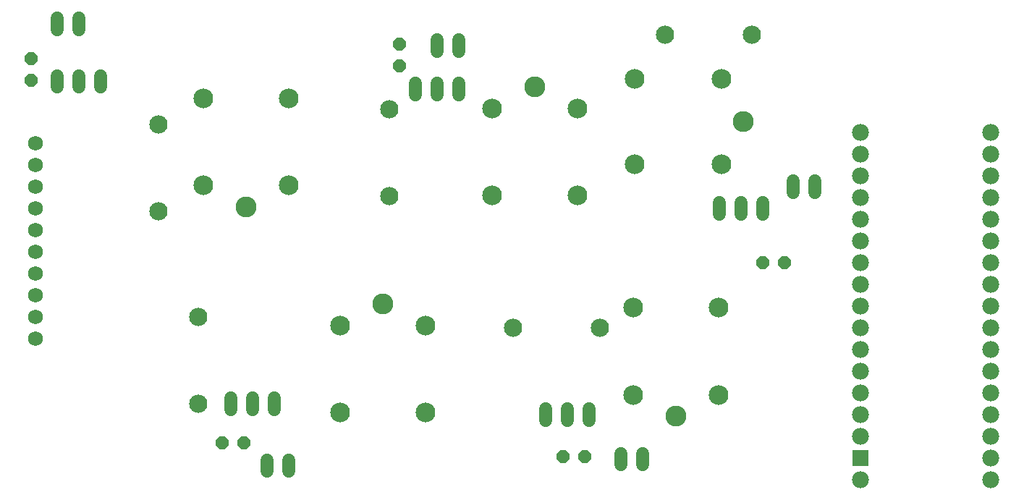
<source format=gbr>
G04 EAGLE Gerber X2 export*
%TF.Part,Single*%
%TF.FileFunction,Soldermask,Bot,1*%
%TF.FilePolarity,Negative*%
%TF.GenerationSoftware,Autodesk,EAGLE,9.1.2*%
%TF.CreationDate,2019-01-09T08:49:19Z*%
G75*
%MOMM*%
%FSLAX34Y34*%
%LPD*%
%AMOC8*
5,1,8,0,0,1.08239X$1,22.5*%
G01*
%ADD10C,2.133600*%
%ADD11C,2.453200*%
%ADD12C,2.303200*%
%ADD13P,1.649562X8X22.500000*%
%ADD14C,1.524000*%
%ADD15P,1.649562X8X112.500000*%
%ADD16C,1.981200*%
%ADD17R,1.981200X1.981200*%
%ADD18C,1.727200*%


D10*
X270510Y255270D03*
X270510Y153670D03*
D11*
X486410Y269970D03*
D12*
X536410Y244970D03*
X436410Y244970D03*
X536410Y142970D03*
X436410Y142970D03*
D13*
X298450Y107950D03*
X323850Y107950D03*
D14*
X308610Y147066D02*
X308610Y160274D01*
X359410Y160274D02*
X359410Y147066D01*
X334010Y147066D02*
X334010Y160274D01*
D11*
X829310Y138970D03*
D12*
X779310Y163970D03*
X879310Y163970D03*
X779310Y265970D03*
X879310Y265970D03*
D14*
X727710Y147574D02*
X727710Y134366D01*
X676910Y134366D02*
X676910Y147574D01*
X702310Y147574D02*
X702310Y134366D01*
D10*
X638810Y242570D03*
X740410Y242570D03*
D13*
X697230Y91440D03*
X722630Y91440D03*
D10*
X223520Y480060D03*
X223520Y378460D03*
D14*
X156210Y524256D02*
X156210Y537464D01*
X105410Y537464D02*
X105410Y524256D01*
X130810Y524256D02*
X130810Y537464D01*
D15*
X74930Y532130D03*
X74930Y557530D03*
D11*
X326390Y384080D03*
D12*
X276390Y409080D03*
X376390Y409080D03*
X276390Y511080D03*
X376390Y511080D03*
D10*
X494030Y497840D03*
X494030Y396240D03*
D14*
X575310Y515366D02*
X575310Y528574D01*
X524510Y528574D02*
X524510Y515366D01*
X549910Y515366D02*
X549910Y528574D01*
D15*
X505460Y548640D03*
X505460Y574040D03*
D11*
X664210Y523970D03*
D12*
X714210Y498970D03*
X614210Y498970D03*
X714210Y396970D03*
X614210Y396970D03*
D10*
X918210Y585470D03*
X816610Y585470D03*
D14*
X930910Y388874D02*
X930910Y375666D01*
X880110Y375666D02*
X880110Y388874D01*
X905510Y388874D02*
X905510Y375666D01*
D11*
X907510Y483870D03*
D12*
X882510Y433870D03*
X882510Y533870D03*
X780510Y433870D03*
X780510Y533870D03*
D13*
X930910Y318770D03*
X956310Y318770D03*
D16*
X1045210Y64770D03*
D17*
X1045210Y90170D03*
D16*
X1045210Y115570D03*
X1045210Y140970D03*
X1045210Y166370D03*
X1045210Y191770D03*
X1045210Y217170D03*
X1045210Y242570D03*
X1045210Y267970D03*
X1045210Y293370D03*
X1045210Y318770D03*
X1045210Y344170D03*
X1045210Y369570D03*
X1045210Y394970D03*
X1045210Y420370D03*
X1045210Y445770D03*
X1197610Y445770D03*
X1197610Y420370D03*
X1197610Y394970D03*
X1197610Y369570D03*
X1197610Y344170D03*
X1197610Y318770D03*
X1197610Y293370D03*
X1197610Y267970D03*
X1197610Y242570D03*
X1197610Y217170D03*
X1197610Y191770D03*
X1197610Y166370D03*
X1197610Y140970D03*
X1197610Y115570D03*
X1197610Y90170D03*
X1197610Y64770D03*
X1197610Y471170D03*
X1045210Y471170D03*
D18*
X80010Y280670D03*
X80010Y255270D03*
X80010Y229870D03*
X80010Y306070D03*
X80010Y331470D03*
X80010Y356870D03*
X80010Y382270D03*
X80010Y407670D03*
X80010Y433070D03*
X80010Y458470D03*
D14*
X764540Y95504D02*
X764540Y82296D01*
X789940Y82296D02*
X789940Y95504D01*
X105410Y591566D02*
X105410Y604774D01*
X130810Y604774D02*
X130810Y591566D01*
X549910Y579374D02*
X549910Y566166D01*
X575310Y566166D02*
X575310Y579374D01*
X966470Y414274D02*
X966470Y401066D01*
X991870Y401066D02*
X991870Y414274D01*
X350520Y87884D02*
X350520Y74676D01*
X375920Y74676D02*
X375920Y87884D01*
M02*

</source>
